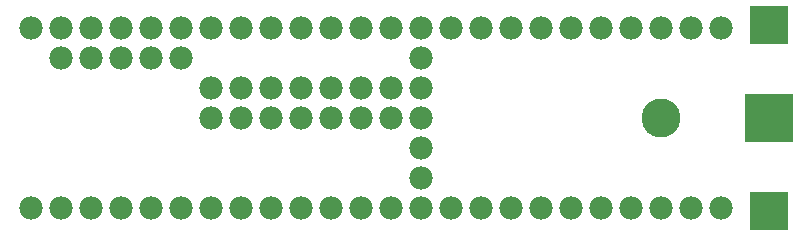
<source format=gts>
G75*
%MOIN*%
%OFA0B0*%
%FSLAX24Y24*%
%IPPOS*%
%LPD*%
%AMOC8*
5,1,8,0,0,1.08239X$1,22.5*
%
%ADD10C,0.1300*%
%ADD11C,0.0780*%
%ADD12R,0.1600X0.1600*%
%ADD13R,0.1290X0.1290*%
D10*
X023173Y007543D03*
D11*
X002173Y004543D03*
X003173Y004543D03*
X004173Y004543D03*
X005173Y004543D03*
X006173Y004543D03*
X007173Y004543D03*
X008173Y004543D03*
X009173Y004543D03*
X010173Y004543D03*
X011173Y004543D03*
X012173Y004543D03*
X013173Y004543D03*
X014173Y004543D03*
X015173Y004543D03*
X016173Y004543D03*
X017173Y004543D03*
X018173Y004543D03*
X019173Y004543D03*
X020173Y004543D03*
X021173Y004543D03*
X022173Y004543D03*
X023173Y004543D03*
X024173Y004543D03*
X025173Y004543D03*
X015173Y005543D03*
X015173Y006543D03*
X015173Y007543D03*
X014173Y007543D03*
X013173Y007543D03*
X012173Y007543D03*
X011173Y007543D03*
X010173Y007543D03*
X009173Y007543D03*
X008173Y007543D03*
X008173Y008543D03*
X009173Y008543D03*
X010173Y008543D03*
X011173Y008543D03*
X012173Y008543D03*
X013173Y008543D03*
X014173Y008543D03*
X015173Y008543D03*
X015173Y009543D03*
X015173Y010543D03*
X016173Y010543D03*
X017173Y010543D03*
X018173Y010543D03*
X019173Y010543D03*
X020173Y010543D03*
X021173Y010543D03*
X022173Y010543D03*
X023173Y010543D03*
X024173Y010543D03*
X025173Y010543D03*
X014173Y010543D03*
X013173Y010543D03*
X012173Y010543D03*
X011173Y010543D03*
X010173Y010543D03*
X009173Y010543D03*
X008173Y010543D03*
X007173Y010543D03*
X006173Y010543D03*
X005173Y010543D03*
X004173Y010543D03*
X003173Y010543D03*
X002173Y010543D03*
X003173Y009543D03*
X004173Y009543D03*
X005173Y009543D03*
X006173Y009543D03*
X007173Y009543D03*
D12*
X026773Y007543D03*
D13*
X026773Y004443D03*
X026773Y010643D03*
M02*

</source>
